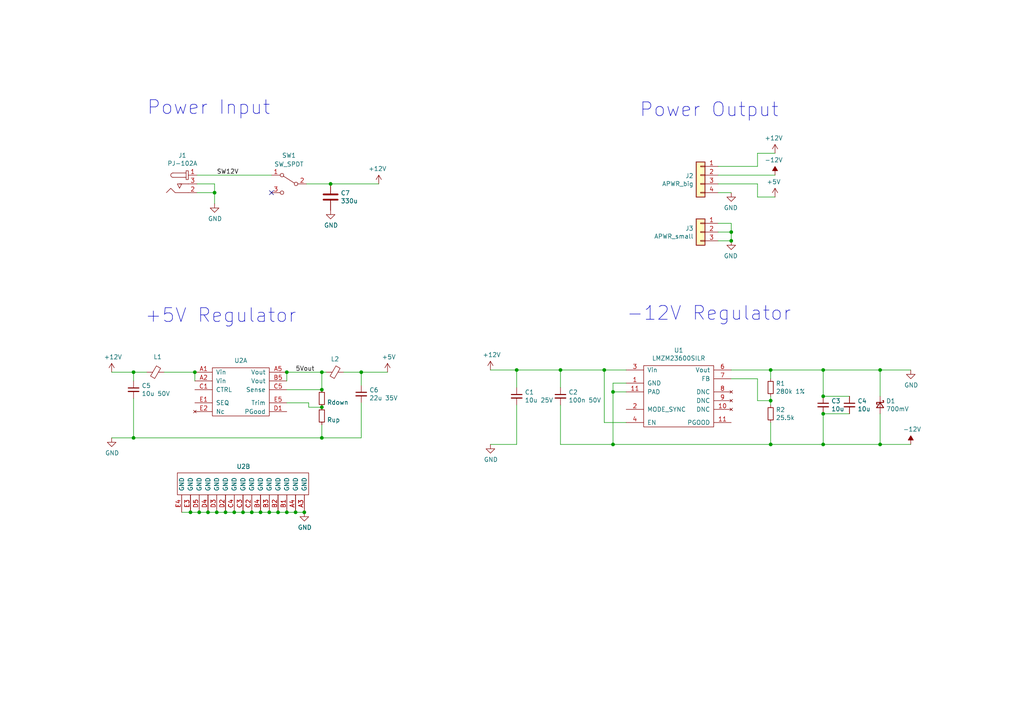
<source format=kicad_sch>
(kicad_sch (version 20211123) (generator eeschema)
  (paper "A4")
  (title_block (title "A1200 single 12V power supply") (date "2022-08-26") (rev "2") (company "MastaTabs @ a1k"))
  (lib_symbols
    (symbol "Device:C" (pin_numbers hide) (pin_names (offset 0.254))
      (property "Reference" "C" (at 0.635 2.54 0))
      (property "Value" "C" (at 0.635 -2.54 0))
      (symbol "C_0_1"
        (polyline (pts (xy -2.032 -0.762) (xy 2.032 -0.762)) (stroke (width 0.508)))
        (polyline (pts (xy -2.032 0.762) (xy 2.032 0.762)) (stroke (width 0.508)))
      )
      (symbol "C_1_1"
        (pin passive line (at 0 3.81 270) (length 2.794) (name "~") (number "1"))
        (pin passive line (at 0 -3.81 90) (length 2.794) (name "~") (number "2"))
      )
    )
    (symbol "Device:C_Small" (pin_numbers hide) (pin_names (offset 0.254) hide)
      (property "Reference" "C" (at 0.254 1.778 0))
      (property "Value" "C_Small" (at 0.254 -2.032 0))
      (symbol "C_Small_0_1"
        (polyline (pts (xy -1.524 -0.508) (xy 1.524 -0.508)) (stroke (width 0.3302)))
        (polyline (pts (xy -1.524 0.508) (xy 1.524 0.508)) (stroke (width 0.3048)))
      )
      (symbol "C_Small_1_1"
        (pin passive line (at 0 2.54 270) (length 2.032) (name "~") (number "1"))
        (pin passive line (at 0 -2.54 90) (length 2.032) (name "~") (number "2"))
      )
    )
    (symbol "Device:D_Schottky_Small" (pin_numbers hide) (pin_names (offset 0.254) hide)
      (property "Reference" "D" (at -1.27 2.032 0))
      (property "Value" "D_Schottky_Small" (at -7.112 -2.032 0))
      (symbol "D_Schottky_Small_0_1"
        (polyline (pts (xy -0.762 0) (xy 0.762 0)))
        (polyline (pts (xy 0.762 -1.016) (xy -0.762 0) (xy 0.762 1.016) (xy 0.762 -1.016)) (stroke (width 0.254)))
        (polyline (pts (xy -1.27 0.762) (xy -1.27 1.016) (xy -0.762 1.016) (xy -0.762 -1.016) (xy -0.254 -1.016) (xy -0.254 -0.762)) (stroke (width 0.254)))
      )
      (symbol "D_Schottky_Small_1_1"
        (pin passive line (at -2.54 0 0) (length 1.778) (name "K") (number "1"))
        (pin passive line (at 2.54 0 180) (length 1.778) (name "A") (number "2"))
      )
    )
    (symbol "Device:R_Small" (pin_numbers hide) (pin_names (offset 0.254) hide)
      (property "Reference" "R" (at 0.762 0.508 0))
      (property "Value" "R_Small" (at 0.762 -1.016 0))
      (symbol "R_Small_0_1"
        (rectangle (start -0.762 1.778) (end 0.762 -1.778) (stroke (width 0.2032)))
      )
      (symbol "R_Small_1_1"
        (pin passive line (at 0 2.54 270) (length 0.762) (name "~") (number "1"))
        (pin passive line (at 0 -2.54 90) (length 0.762) (name "~") (number "2"))
      )
    )
    (symbol "Switch:SW_SPDT" (pin_names (offset 0) hide)
      (property "Reference" "SW" (at 0 4.318 0))
      (property "Value" "SW_SPDT" (at 0 -5.08 0))
      (symbol "SW_SPDT_0_0"
        (circle (center -2.032 0) (radius 0.508))
        (circle (center 2.032 -2.54) (radius 0.508))
      )
      (symbol "SW_SPDT_0_1"
        (polyline (pts (xy -1.524 0.254) (xy 1.651 2.286)))
        (circle (center 2.032 2.54) (radius 0.508))
      )
      (symbol "SW_SPDT_1_1"
        (pin passive line (at 5.08 2.54 180) (length 2.54) (name "A") (number "1"))
        (pin passive line (at -5.08 0 0) (length 2.54) (name "B") (number "2"))
        (pin passive line (at 5.08 -2.54 180) (length 2.54) (name "C") (number "3"))
      )
    )
    (symbol "a1200_pwr-rescue:Conn_01x03-connect" (pin_names (offset 1.016) hide)
      (property "Reference" "J" (at 0 5.08 0))
      (property "Value" "Conn_01x03-connect" (at 0 -5.08 0))
      (symbol "Conn_01x03-connect_1_1"
        (rectangle (start -1.27 -2.413) (end 0 -2.667) (stroke (width 0.1524)))
        (rectangle (start -1.27 0.127) (end 0 -0.127) (stroke (width 0.1524)))
        (rectangle (start -1.27 2.667) (end 0 2.413) (stroke (width 0.1524)))
        (rectangle (start -1.27 3.81) (end 1.27 -3.81) (stroke (width 0.254)) (fill (type background)))
        (pin passive line (at -5.08 2.54 0) (length 3.81) (name "Pin_1") (number "1"))
        (pin passive line (at -5.08 0 0) (length 3.81) (name "Pin_2") (number "2"))
        (pin passive line (at -5.08 -2.54 0) (length 3.81) (name "Pin_3") (number "3"))
      )
    )
    (symbol "a1200_pwr-rescue:Conn_01x04-connect" (pin_names (offset 1.016) hide)
      (property "Reference" "J" (at 0 5.08 0))
      (property "Value" "Conn_01x04-connect" (at 0 -7.62 0))
      (symbol "Conn_01x04-connect_1_1"
        (rectangle (start -1.27 -4.953) (end 0 -5.207) (stroke (width 0.1524)))
        (rectangle (start -1.27 -2.413) (end 0 -2.667) (stroke (width 0.1524)))
        (rectangle (start -1.27 0.127) (end 0 -0.127) (stroke (width 0.1524)))
        (rectangle (start -1.27 2.667) (end 0 2.413) (stroke (width 0.1524)))
        (rectangle (start -1.27 3.81) (end 1.27 -6.35) (stroke (width 0.254)) (fill (type background)))
        (pin passive line (at -5.08 2.54 0) (length 3.81) (name "Pin_1") (number "1"))
        (pin passive line (at -5.08 0 0) (length 3.81) (name "Pin_2") (number "2"))
        (pin passive line (at -5.08 -2.54 0) (length 3.81) (name "Pin_3") (number "3"))
        (pin passive line (at -5.08 -5.08 0) (length 3.81) (name "Pin_4") (number "4"))
      )
    )
    (symbol "a1200_pwr-rescue:Ferrite_Bead_Small-Device" (pin_numbers hide) (pin_names (offset 0))
      (property "Reference" "L" (at 1.905 1.27 0))
      (property "Value" "Ferrite_Bead_Small-Device" (at 1.905 -1.27 0))
      (symbol "Ferrite_Bead_Small-Device_0_1"
        (polyline (pts (xy 0 -1.27) (xy 0 -0.7874)))
        (polyline (pts (xy 0 0.889) (xy 0 1.2954)))
        (polyline (pts (xy -1.8288 0.2794) (xy -1.1176 1.4986) (xy 1.8288 -0.2032) (xy 1.1176 -1.4224) (xy -1.8288 0.2794)))
      )
      (symbol "Ferrite_Bead_Small-Device_1_1"
        (pin passive line (at 0 2.54 270) (length 1.27) (name "~") (number "1"))
        (pin passive line (at 0 -2.54 90) (length 1.27) (name "~") (number "2"))
      )
    )
    (symbol "a1200_pwr-rescue:LMZM23601SILR-a1200_pwr" (pin_names (offset 1.016))
      (property "Reference" "U" (at -7.62 11.43 0))
      (property "Value" "LMZM23601SILR-a1200_pwr" (at 0 -10.16 0))
      (symbol "LMZM23601SILR-a1200_pwr_0_1"
        (rectangle (start -10.16 8.89) (end 10.16 -8.89))
      )
      (symbol "LMZM23601SILR-a1200_pwr_1_1"
        (pin power_in line (at -15.24 3.81 0) (length 5.08) (name "GND") (number "1"))
        (pin no_connect line (at 15.24 -3.81 180) (length 5.08) (name "DNC") (number "10"))
        (pin power_in line (at -15.24 1.27 0) (length 5.08) (name "PAD") (number "11"))
        (pin output line (at 15.24 -7.62 180) (length 5.08) (name "PGOOD") (number "11"))
        (pin input line (at -15.24 -3.81 0) (length 5.08) (name "MODE_SYNC") (number "2"))
        (pin power_in line (at -15.24 7.62 0) (length 5.08) (name "Vin") (number "3"))
        (pin input line (at -15.24 -7.62 0) (length 5.08) (name "EN") (number "4"))
        (pin power_out line (at 15.24 7.62 180) (length 5.08) (name "Vout") (number "6"))
        (pin input line (at 15.24 5.08 180) (length 5.08) (name "FB") (number "7"))
        (pin no_connect line (at 15.24 1.27 180) (length 5.08) (name "DNC") (number "8"))
        (pin no_connect line (at 15.24 -1.27 180) (length 5.08) (name "DNC") (number "9"))
      )
    )
    (symbol "a1200_pwr:RPM5.0-6.0" (pin_names (offset 1.016))
      (property "Reference" "U" (at -20.32 6.35 0))
      (symbol "RPM5.0-6.0_1_1"
        (rectangle (start -11.43 13.97) (end 5.08 0))
        (pin power_in line (at -16.51 12.7 0) (length 5.08) (name "Vin") (number "A1"))
        (pin power_in line (at -16.51 10.16 0) (length 5.08) (name "Vin") (number "A2"))
        (pin power_out line (at 10.16 12.7 180) (length 5.08) (name "Vout") (number "A5"))
        (pin power_out line (at 10.16 10.16 180) (length 5.08) (name "Vout") (number "B5"))
        (pin input line (at -16.51 7.62 0) (length 5.08) (name "CTRL") (number "C1"))
        (pin power_in line (at 10.16 7.62 180) (length 5.08) (name "Sense") (number "C5"))
        (pin output line (at 10.16 1.27 180) (length 5.08) (name "PGood") (number "D1"))
        (pin input line (at -16.51 3.81 0) (length 5.08) (name "SEQ") (number "E1"))
        (pin no_connect line (at -16.51 1.27 0) (length 5.08) (name "Nc") (number "E2"))
        (pin input line (at 10.16 3.81 180) (length 5.08) (name "Trim") (number "E5"))
      )
      (symbol "RPM5.0-6.0_2_1"
        (rectangle (start -22.86 -10.16) (end 15.24 -16.51))
        (pin power_in line (at -21.59 -5.08 270) (length 5.08) (name "GND") (number "A3"))
        (pin power_in line (at -19.05 -5.08 270) (length 5.08) (name "GND") (number "A4"))
        (pin power_in line (at -16.51 -5.08 270) (length 5.08) (name "GND") (number "B1"))
        (pin power_in line (at -13.97 -5.08 270) (length 5.08) (name "GND") (number "B2"))
        (pin power_in line (at -11.43 -5.08 270) (length 5.08) (name "GND") (number "B3"))
        (pin power_in line (at -8.89 -5.08 270) (length 5.08) (name "GND") (number "B4"))
        (pin power_in line (at -6.35 -5.08 270) (length 5.08) (name "GND") (number "C2"))
        (pin power_in line (at -3.81 -5.08 270) (length 5.08) (name "GND") (number "C3"))
        (pin power_in line (at -1.27 -5.08 270) (length 5.08) (name "GND") (number "C4"))
        (pin power_in line (at 1.27 -5.08 270) (length 5.08) (name "GND") (number "D2"))
        (pin power_in line (at 3.81 -5.08 270) (length 5.08) (name "GND") (number "D3"))
        (pin power_in line (at 6.35 -5.08 270) (length 5.08) (name "GND") (number "D4"))
        (pin power_in line (at 8.89 -5.08 270) (length 5.08) (name "GND") (number "D5"))
        (pin power_in line (at 11.43 -5.08 270) (length 5.08) (name "GND") (number "E3"))
        (pin power_in line (at 13.97 -5.08 270) (length 5.08) (name "GND") (number "E4"))
      )
    )
    (symbol "barreljack:PJ-102A" (pin_names (offset 1.016))
      (property "Reference" "J" (at 0 2.54 0))
      (property "Value" "PJ-102A" (at 0 -6.35 0))
      (symbol "PJ-102A_0_1"
        (arc (start -4.445 0.635) (mid -5.08 0) (end -4.445 -0.635))
        (rectangle (start -0.635 1.27) (end 0 -1.27))
        (polyline (pts (xy -0.635 -0.635) (xy -4.445 -0.635)))
        (polyline (pts (xy -0.635 0.635) (xy -4.445 0.635)))
        (polyline (pts (xy 0 -2.54) (xy -1.27 -2.54) (xy -2.54 -2.54)))
        (polyline (pts (xy 0 -5.08) (xy -3.81 -5.08) (xy -5.08 -3.81) (xy -6.35 -5.08)))
        (polyline (pts (xy -2.54 -2.54) (xy -3.175 -2.54) (xy -2.54 -3.81) (xy -1.905 -2.54) (xy -2.54 -2.54)))
      )
      (symbol "PJ-102A_1_1"
        (pin passive line (at 2.54 0 180) (length 2.54) (name "~") (number "1"))
        (pin passive line (at 2.54 -5.08 180) (length 2.54) (name "~") (number "2"))
        (pin passive line (at 2.54 -2.54 180) (length 2.54) (name "~") (number "3"))
      )
    )
    (symbol "power:+12V" (power) (pin_names (offset 0))
      (property "Value" "+12V" (at 0 3.556 0))
      (symbol "+12V_0_1"
        (polyline (pts (xy -0.762 1.27) (xy 0 2.54)))
        (polyline (pts (xy 0 0) (xy 0 2.54)))
        (polyline (pts (xy 0 2.54) (xy 0.762 1.27)))
      )
      (symbol "+12V_1_1"
        (pin power_in line (at 0 0 90) (length 0) hide (name "+12V") (number "1"))
      )
    )
    (symbol "power:+5V" (power) (pin_names (offset 0))
      (property "Value" "+5V" (at 0 3.556 0))
      (symbol "+5V_0_1"
        (polyline (pts (xy -0.762 1.27) (xy 0 2.54)))
        (polyline (pts (xy 0 0) (xy 0 2.54)))
        (polyline (pts (xy 0 2.54) (xy 0.762 1.27)))
      )
      (symbol "+5V_1_1"
        (pin power_in line (at 0 0 90) (length 0) hide (name "+5V") (number "1"))
      )
    )
    (symbol "power:-12V" (power) (pin_names (offset 0))
      (property "Value" "-12V" (at 0 3.81 0))
      (symbol "-12V_0_0"
        (pin power_in line (at 0 0 90) (length 0) hide (name "-12V") (number "1"))
      )
      (symbol "-12V_0_1"
        (polyline (pts (xy 0 0) (xy 0 1.27) (xy 0.762 1.27) (xy 0 2.54) (xy -0.762 1.27) (xy 0 1.27)) (fill (type outline)))
      )
    )
    (symbol "power:GND" (power) (pin_names (offset 0))
      (property "Value" "GND" (at 0 -3.81 0))
      (symbol "GND_0_1"
        (polyline (pts (xy 0 0) (xy 0 -1.27) (xy 1.27 -1.27) (xy 0 -2.54) (xy -1.27 -1.27) (xy 0 -1.27)))
      )
      (symbol "GND_1_1"
        (pin power_in line (at 0 0 270) (length 0) hide (name "GND") (number "1"))
      )
    )
  )
  (junction (at 56.515 107.95))
  (junction (at 73.025 148.59))
  (junction (at 238.76 114.935))
  (junction (at 104.775 107.95))
  (junction (at 67.945 148.59))
  (junction (at 238.76 128.905))
  (junction (at 57.785 148.59))
  (junction (at 177.8 128.905))
  (junction (at 62.865 148.59))
  (junction (at 175.26 107.315))
  (junction (at 223.52 107.315))
  (junction (at 75.565 148.59))
  (junction (at 223.52 116.205))
  (junction (at 162.56 107.315))
  (junction (at 55.245 148.59))
  (junction (at 95.885 53.34))
  (junction (at 93.345 127))
  (junction (at 93.345 107.95))
  (junction (at 93.345 118.11))
  (junction (at 38.735 107.95))
  (junction (at 70.485 148.59))
  (junction (at 212.09 67.31))
  (junction (at 255.27 128.905))
  (junction (at 65.405 148.59))
  (junction (at 88.265 148.59))
  (junction (at 93.345 113.03))
  (junction (at 238.76 107.315))
  (junction (at 177.8 113.665))
  (junction (at 38.735 127))
  (junction (at 223.52 128.905))
  (junction (at 62.23 55.88))
  (junction (at 85.725 148.59))
  (junction (at 60.325 148.59))
  (junction (at 80.645 148.59))
  (junction (at 212.09 69.85))
  (junction (at 83.185 107.95))
  (junction (at 238.76 120.015))
  (junction (at 149.86 107.315))
  (junction (at 78.105 148.59))
  (junction (at 83.185 148.59))
  (junction (at 255.27 107.315))
  (no_connect (at 78.74 55.88))
  (wire (pts (xy 57.15 55.88) (xy 62.23 55.88)))
  (wire (pts (xy 57.15 50.8) (xy 78.74 50.8)))
  (wire (pts (xy 219.71 44.45) (xy 224.79 44.45)))
  (wire (pts (xy 38.735 115.57) (xy 38.735 127)))
  (wire (pts (xy 219.71 116.205) (xy 223.52 116.205)))
  (wire (pts (xy 104.775 107.95) (xy 104.775 111.76)))
  (wire (pts (xy 149.86 107.315) (xy 142.24 107.315)))
  (wire (pts (xy 75.565 148.59) (xy 78.105 148.59)))
  (wire (pts (xy 238.76 120.015) (xy 238.76 128.905)))
  (wire (pts (xy 73.025 148.59) (xy 75.565 148.59)))
  (wire (pts (xy 93.345 113.03) (xy 93.345 107.95)))
  (wire (pts (xy 223.52 116.205) (xy 223.52 117.475)))
  (wire (pts (xy 219.71 53.34) (xy 219.71 57.15)))
  (wire (pts (xy 223.52 128.905) (xy 177.8 128.905)))
  (wire (pts (xy 57.785 148.59) (xy 60.325 148.59)))
  (wire (pts (xy 99.695 107.95) (xy 104.775 107.95)))
  (wire (pts (xy 212.09 64.77) (xy 208.28 64.77)))
  (wire (pts (xy 181.61 113.665) (xy 177.8 113.665)))
  (wire (pts (xy 208.28 53.34) (xy 219.71 53.34)))
  (wire (pts (xy 52.705 148.59) (xy 55.245 148.59)))
  (wire (pts (xy 162.56 128.905) (xy 177.8 128.905)))
  (wire (pts (xy 162.56 107.315) (xy 162.56 112.395)))
  (wire (pts (xy 208.28 55.88) (xy 212.09 55.88)))
  (wire (pts (xy 223.52 122.555) (xy 223.52 128.905)))
  (wire (pts (xy 83.185 116.84) (xy 89.535 116.84)))
  (wire (pts (xy 62.23 55.88) (xy 62.23 59.055)))
  (wire (pts (xy 85.725 148.59) (xy 88.265 148.59)))
  (wire (pts (xy 62.865 148.59) (xy 65.405 148.59)))
  (wire (pts (xy 162.56 117.475) (xy 162.56 128.905)))
  (wire (pts (xy 181.61 111.125) (xy 177.8 111.125)))
  (wire (pts (xy 56.515 110.49) (xy 56.515 107.95)))
  (wire (pts (xy 212.09 109.855) (xy 219.71 109.855)))
  (wire (pts (xy 175.26 122.555) (xy 175.26 107.315)))
  (wire (pts (xy 208.28 69.85) (xy 212.09 69.85)))
  (wire (pts (xy 208.28 50.8) (xy 224.79 50.8)))
  (wire (pts (xy 255.27 107.315) (xy 255.27 114.935)))
  (wire (pts (xy 255.27 107.315) (xy 264.16 107.315)))
  (wire (pts (xy 65.405 148.59) (xy 67.945 148.59)))
  (wire (pts (xy 238.76 114.935) (xy 246.38 114.935)))
  (wire (pts (xy 149.86 128.905) (xy 142.24 128.905)))
  (wire (pts (xy 149.86 107.315) (xy 149.86 112.395)))
  (wire (pts (xy 208.28 67.31) (xy 212.09 67.31)))
  (wire (pts (xy 212.09 107.315) (xy 223.52 107.315)))
  (wire (pts (xy 83.185 107.95) (xy 93.345 107.95)))
  (wire (pts (xy 83.185 148.59) (xy 85.725 148.59)))
  (wire (pts (xy 149.86 117.475) (xy 149.86 128.905)))
  (wire (pts (xy 47.625 107.95) (xy 56.515 107.95)))
  (wire (pts (xy 93.345 107.95) (xy 94.615 107.95)))
  (wire (pts (xy 93.345 127) (xy 38.735 127)))
  (wire (pts (xy 38.735 127) (xy 32.385 127)))
  (wire (pts (xy 60.325 148.59) (xy 62.865 148.59)))
  (wire (pts (xy 38.735 107.95) (xy 32.385 107.95)))
  (wire (pts (xy 104.775 127) (xy 104.775 116.84)))
  (wire (pts (xy 255.27 120.015) (xy 255.27 128.905)))
  (wire (pts (xy 67.945 148.59) (xy 70.485 148.59)))
  (wire (pts (xy 238.76 128.905) (xy 223.52 128.905)))
  (wire (pts (xy 57.15 53.34) (xy 62.23 53.34)))
  (wire (pts (xy 219.71 57.15) (xy 224.79 57.15)))
  (wire (pts (xy 175.26 107.315) (xy 162.56 107.315)))
  (wire (pts (xy 93.345 123.19) (xy 93.345 127)))
  (wire (pts (xy 55.245 148.59) (xy 57.785 148.59)))
  (wire (pts (xy 208.28 48.26) (xy 219.71 48.26)))
  (wire (pts (xy 38.735 107.95) (xy 38.735 110.49)))
  (wire (pts (xy 78.105 148.59) (xy 80.645 148.59)))
  (wire (pts (xy 80.645 148.59) (xy 83.185 148.59)))
  (wire (pts (xy 223.52 114.935) (xy 223.52 116.205)))
  (wire (pts (xy 177.8 111.125) (xy 177.8 113.665)))
  (wire (pts (xy 88.9 53.34) (xy 95.885 53.34)))
  (wire (pts (xy 255.27 128.905) (xy 238.76 128.905)))
  (wire (pts (xy 255.27 128.905) (xy 264.16 128.905)))
  (wire (pts (xy 238.76 107.315) (xy 255.27 107.315)))
  (wire (pts (xy 70.485 148.59) (xy 73.025 148.59)))
  (wire (pts (xy 104.775 107.95) (xy 112.395 107.95)))
  (wire (pts (xy 62.23 53.34) (xy 62.23 55.88)))
  (wire (pts (xy 83.185 110.49) (xy 83.185 107.95)))
  (wire (pts (xy 238.76 107.315) (xy 238.76 114.935)))
  (wire (pts (xy 246.38 120.015) (xy 238.76 120.015)))
  (wire (pts (xy 219.71 48.26) (xy 219.71 44.45)))
  (wire (pts (xy 223.52 107.315) (xy 223.52 109.855)))
  (wire (pts (xy 219.71 109.855) (xy 219.71 116.205)))
  (wire (pts (xy 177.8 113.665) (xy 177.8 128.905)))
  (wire (pts (xy 93.345 127) (xy 104.775 127)))
  (wire (pts (xy 162.56 107.315) (xy 149.86 107.315)))
  (wire (pts (xy 181.61 122.555) (xy 175.26 122.555)))
  (wire (pts (xy 181.61 107.315) (xy 175.26 107.315)))
  (wire (pts (xy 83.185 113.03) (xy 93.345 113.03)))
  (wire (pts (xy 212.09 67.31) (xy 212.09 64.77)))
  (wire (pts (xy 89.535 118.11) (xy 93.345 118.11)))
  (wire (pts (xy 212.09 69.85) (xy 212.09 67.31)))
  (wire (pts (xy 42.545 107.95) (xy 38.735 107.95)))
  (wire (pts (xy 95.885 53.34) (xy 109.855 53.34)))
  (wire (pts (xy 223.52 107.315) (xy 238.76 107.315)))
  (wire (pts (xy 89.535 116.84) (xy 89.535 118.11)))
  (text "-12V Regulator" (at 181.61 93.345 0) (effects (font (size 4 4)) (justify left bottom)))
  (text "Power Input" (at 42.545 33.655 0) (effects (font (size 4 4)) (justify left bottom)))
  (text "+5V Regulator" (at 41.91 93.98 0) (effects (font (size 4 4)) (justify left bottom)))
  (text "Power Output" (at 185.42 34.29 0) (effects (font (size 4 4)) (justify left bottom)))
  (label "SW12V" (at 62.865 50.8 0))
  (label "5Vout" (at 85.725 107.95 0))
  (symbol (lib_id "a1200_pwr-rescue:LMZM23601SILR-a1200_pwr") (at 196.85 114.935 0) (unit 1)
    (property "Reference" "U1" (at 196.85 101.6 0))
    (property "Value" "LMZM23600SILR" (at 196.85 103.9114 0))
    (property "Datasheet" "http://www.ti.com/general/docs/suppproductinfo.tsp?distId=26&gotoUrl=http%3A%2F%2Fwww.ti.com%2Flit%2Fds%2Fsymlink%2Flmzm23600.pdf" (effects hide))
    (property "Datasheet" "http://www.ti.com/general/docs/suppproductinfo.tsp?distId=26&gotoUrl=http%3A%2F%2Fwww.ti.com%2Flit%2Fds%2Fsymlink%2Flmzm23600.pdf" (effects hide))
    (property "MPN" "lmzm23600" (effects hide))
    (property "Manufacturer" "Texas Instruments" (effects hide))
    (property "Reference" "U1" (effects hide))
  )
  (symbol (lib_id "Device:C_Small") (at 162.56 114.935 0) (unit 1)
    (property "Reference" "C2" (at 164.8968 113.7666 0) (effects (justify left)))
    (property "Value" "100n 50V" (at 164.8968 116.078 0) (effects (justify left)))
    (property "Datasheet" "C2012X7R2A104K125AA" (effects hide))
    (property "MPN" "C2012X7R2A104K125AA" (effects hide))
    (property "Reference" "C2" (effects hide))
  )
  (symbol (lib_id "Device:C_Small") (at 149.86 114.935 0) (unit 1)
    (property "Reference" "C1" (at 152.1968 113.7666 0) (effects (justify left)))
    (property "Value" "10u 25V" (at 152.1968 116.078 0) (effects (justify left)))
    (property "Datasheet" "https://www.mouser.de/datasheet/2/400/lcc_commercial_general_en-837201.pdf" (effects hide))
    (property "Datasheet" "https://www.mouser.de/datasheet/2/400/lcc_commercial_general_en-837201.pdf" (effects hide))
    (property "MPN" "C3216X5R1H106K160AB" (effects hide))
    (property "Reference" "C1" (effects hide))
  )
  (symbol (lib_id "Device:C_Small") (at 238.76 117.475 0) (unit 1)
    (property "Reference" "C3" (at 241.0968 116.3066 0) (effects (justify left)))
    (property "Value" "10u" (at 241.0968 118.618 0) (effects (justify left)))
    (property "Datasheet" "CGA5L1X7R1V106K160AC" (effects hide))
    (property "MPN" "CGA5L1X7R1V106K160AC" (effects hide))
    (property "Reference" "C3" (effects hide))
  )
  (symbol (lib_id "Device:C_Small") (at 246.38 117.475 0) (unit 1)
    (property "Reference" "C4" (at 248.7168 116.3066 0) (effects (justify left)))
    (property "Value" "10u" (at 248.7168 118.618 0) (effects (justify left)))
    (property "Datasheet" "CGA5L1X7R1V106K160AC" (effects hide))
    (property "MPN" "CGA5L1X7R1V106K160AC" (effects hide))
    (property "Reference" "C4" (effects hide))
  )
  (symbol (lib_id "Device:R_Small") (at 223.52 112.395 0) (unit 1)
    (property "Reference" "R1" (at 225.0186 111.2266 0) (effects (justify left)))
    (property "Value" "280k 1%" (at 225.0186 113.538 0) (effects (justify left)))
    (property "Datasheet" "https://www.mouser.de/datasheet/2/427/dcrcwe3-45987.pdf" (effects hide))
    (property "Datasheet" "https://www.mouser.de/datasheet/2/427/dcrcwe3-45987.pdf" (effects hide))
    (property "MPN" "CRCW0603280KFKEA" (effects hide))
    (property "Reference" "R1" (effects hide))
  )
  (symbol (lib_id "Device:R_Small") (at 223.52 120.015 0) (unit 1)
    (property "Reference" "R2" (at 225.0186 118.8466 0) (effects (justify left)))
    (property "Value" "25.5k" (at 225.0186 121.158 0) (effects (justify left)))
    (property "Datasheet" "https://www.mouser.de/datasheet/2/427/dcrcwe3-45987.pdf" (effects hide))
    (property "Datasheet" "https://www.mouser.de/datasheet/2/427/dcrcwe3-45987.pdf" (effects hide))
    (property "MPN" "CRCW060325K5FKEA" (effects hide))
    (property "Reference" "R2" (effects hide))
  )
  (symbol (lib_id "power:+12V") (at 142.24 107.315 0) (unit 1)
    (property "Reference" "#PWR0101" (effects hide))
    (property "Value" "+12V" (at 142.621 102.9208 0))
  )
  (symbol (lib_id "power:GND") (at 142.24 128.905 0) (unit 1)
    (property "Reference" "#PWR0102" (effects hide))
    (property "Value" "GND" (at 142.367 133.2992 0))
  )
  (symbol (lib_id "power:GND") (at 264.16 107.315 0) (unit 1)
    (property "Reference" "#PWR0103" (effects hide))
    (property "Value" "GND" (at 264.287 111.7092 0))
  )
  (symbol (lib_id "power:-12V") (at 264.16 128.905 0) (unit 1)
    (property "Reference" "#PWR0104" (effects hide))
    (property "Value" "-12V" (at 264.541 124.5108 0))
  )
  (symbol (lib_id "Device:D_Schottky_Small") (at 255.27 117.475 270) (unit 1)
    (property "Reference" "D1" (at 256.9972 116.3066 90) (effects (justify left)))
    (property "Value" "700mV" (at 256.9972 118.618 90) (effects (justify left)))
    (property "Datasheet" "B360A-13-F" (effects hide))
    (property "MPN" "B360A-13-F" (effects hide))
    (property "Manufacturer" "Diodes Incorporated" (effects hide))
    (property "Reference" "D1" (effects hide))
  )
  (symbol (lib_id "barreljack:PJ-102A") (at 54.61 50.8 0) (unit 1)
    (property "Reference" "J1" (at 52.9082 45.085 0))
    (property "Value" "PJ-102A" (at 52.9082 47.3964 0))
    (property "Datasheet" "https://www.cui.com/product/resource/digikeypdf/pj-102a.pdf" (effects hide))
    (property "Digi-Key_PN" "CP-102A-ND" (effects hide))
    (property "MPN" "PJ-102A" (effects hide))
    (property "Category" "Connectors, Interconnects" (effects hide))
    (property "Family" "Barrel - Power Connectors" (effects hide))
    (property "DK_Datasheet_Link" "https://www.cui.com/product/resource/digikeypdf/pj-102a.pdf" (effects hide))
    (property "DK_Detail_Page" "/product-detail/en/cui-inc/PJ-102A/CP-102A-ND/275425" (effects hide))
    (property "Description" "CONN PWR JACK 2X5.5MM SOLDER" (effects hide))
    (property "Manufacturer" "CUI Inc." (effects hide))
    (property "Status" "Active" (effects hide))
    (property "Datasheet" "https://www.cui.com/product/resource/digikeypdf/pj-102a.pdf" (effects hide))
    (property "Reference" "J1" (effects hide))
  )
  (symbol (lib_id "power:+12V") (at 109.855 53.34 0) (mirror y) (unit 1)
    (property "Reference" "#PWR0105" (effects hide))
    (property "Value" "+12V" (at 109.474 48.9458 0))
  )
  (symbol (lib_id "power:GND") (at 62.23 59.055 0) (unit 1)
    (property "Reference" "#PWR0106" (effects hide))
    (property "Value" "GND" (at 62.357 63.4492 0))
  )
  (symbol (lib_id "a1200_pwr-rescue:Conn_01x04-connect") (at 203.2 50.8 0) (mirror y) (unit 1)
    (property "Reference" "J2" (at 201.168 51.0032 0) (effects (justify left)))
    (property "Value" "APWR_big" (at 201.168 53.3146 0) (effects (justify left)))
    (property "Reference" "J2" (effects hide))
  )
  (symbol (lib_id "power:-12V") (at 224.79 50.8 0) (mirror y) (unit 1)
    (property "Reference" "#PWR02" (effects hide))
    (property "Value" "-12V" (at 224.409 46.4058 0))
  )
  (symbol (lib_id "power:+5V") (at 224.79 57.15 0) (mirror y) (unit 1)
    (property "Reference" "#PWR03" (effects hide))
    (property "Value" "+5V" (at 224.409 52.7558 0))
  )
  (symbol (lib_id "power:GND") (at 212.09 55.88 0) (mirror y) (unit 1)
    (property "Reference" "#PWR04" (effects hide))
    (property "Value" "GND" (at 211.963 60.2742 0))
  )
  (symbol (lib_id "a1200_pwr-rescue:Conn_01x03-connect") (at 203.2 67.31 0) (mirror y) (unit 1)
    (property "Reference" "J3" (at 201.168 66.2432 0) (effects (justify left)))
    (property "Value" "APWR_small" (at 201.168 68.5546 0) (effects (justify left)))
    (property "Category" "Connectors, Headers" (effects hide))
    (property "Reference" "J3" (effects hide))
  )
  (symbol (lib_id "power:GND") (at 212.09 69.85 0) (mirror y) (unit 1)
    (property "Reference" "#PWR05" (effects hide))
    (property "Value" "GND" (at 211.963 74.2442 0))
  )
  (symbol (lib_id "a1200_pwr:RPM5.0-6.0") (at 73.025 120.65 0) (unit 1)
    (property "Reference" "U2" (at 69.85 104.5718 0))
    (property "Value" "RPM5.0-6.0" (effects hide))
    (property "Datasheet" "https://www.mouser.de/datasheet/2/468/RPM-6.0-1398219.pdf" (effects hide))
    (property "Datasheet" "https://www.mouser.de/datasheet/2/468/RPM-6.0-1398219.pdf" (effects hide))
    (property "MPN" "RPM5.0-6.0" (effects hide))
    (property "Manufacturer" "RECOM Power" (effects hide))
    (property "Reference" "U2" (effects hide))
  )
  (symbol (lib_id "a1200_pwr:RPM5.0-6.0") (at 66.675 153.67 180) (unit 2)
    (property "Reference" "U2" (at 70.612 135.3058 0))
    (property "Value" "RPM5.0-6.0" (effects hide))
    (property "Datasheet" "https://www.mouser.de/datasheet/2/468/RPM-6.0-1398219.pdf" (effects hide))
    (property "Datasheet" "https://www.mouser.de/datasheet/2/468/RPM-6.0-1398219.pdf" (effects hide))
    (property "MPN" "RPM5.0-6.0" (effects hide))
    (property "Manufacturer" "RECOM Power" (effects hide))
    (property "Reference" "U2" (effects hide))
  )
  (symbol (lib_id "power:GND") (at 88.265 148.59 0) (unit 1)
    (property "Reference" "#PWR06" (effects hide))
    (property "Value" "GND" (at 88.392 152.9842 0))
  )
  (symbol (lib_id "a1200_pwr-rescue:Ferrite_Bead_Small-Device") (at 45.085 107.95 270) (unit 1)
    (property "Reference" "L1" (at 45.72 103.505 90))
    (property "Value" "742792510" (effects hide))
    (property "Footprint" "Capacitors_SMD:C_1812_HandSoldering" (effects hide))
    (property "Datasheet" "https://www.mouser.de/datasheet/2/445/742792510-1720733.pdf" (effects hide))
    (property "Manufacturer" "Würth" (effects hide))
    (property "Datasheet" "https://www.mouser.de/datasheet/2/445/742792510-1720733.pdf" (effects hide))
    (property "MPN" "742792510" (effects hide))
    (property "Reference" "L1" (effects hide))
    (property "Value" "742792510" (effects hide))
  )
  (symbol (lib_id "a1200_pwr-rescue:Ferrite_Bead_Small-Device") (at 97.155 107.95 270) (unit 1)
    (property "Reference" "L2" (at 97.155 104.14 90))
    (property "Value" "7427932" (effects hide))
    (property "Footprint" "a500_pwr:fb_5v" (effects hide))
    (property "Datasheet" "https://www.mouser.de/datasheet/2/445/7427932-1720978.pdf" (effects hide))
    (property "Manufacturer" "Würth" (effects hide))
    (property "Datasheet" "https://www.mouser.de/datasheet/2/445/7427932-1720978.pdf" (effects hide))
    (property "MPN" "7427932" (effects hide))
    (property "Reference" "L2" (effects hide))
    (property "Value" "7427932" (effects hide))
  )
  (symbol (lib_id "Device:C_Small") (at 38.735 113.03 0) (unit 1)
    (property "Reference" "C5" (at 41.0718 111.8616 0) (effects (justify left)))
    (property "Value" "10u 50V" (at 41.0718 114.173 0) (effects (justify left)))
    (property "Footprint" "Capacitors_SMD:C_1206_HandSoldering" (effects hide))
    (property "Datasheet" "C3216X5R1H106K160AB" (effects hide))
    (property "MPN" "C3216X5R1H106K160AB" (effects hide))
    (property "Reference" "C5" (effects hide))
    (property "Value" "10u 50V" (effects hide))
  )
  (symbol (lib_id "Device:C_Small") (at 104.775 114.3 0) (unit 1)
    (property "Reference" "C6" (at 107.1118 113.1316 0) (effects (justify left)))
    (property "Value" "22u 35V" (at 107.1118 115.443 0) (effects (justify left)))
    (property "Footprint" "Capacitors_SMD:C_1206_HandSoldering" (effects hide))
    (property "Datasheet" "https://product.tdk.com/system/files/dam/doc/product/capacitor/ceramic/mlcc/catalog/mlcc_commercial_general_en.pdf?ref_disty=mouser" (effects hide))
    (property "Manufacturer" "TDK" (effects hide))
    (property "Datasheet" "https://product.tdk.com/system/files/dam/doc/product/capacitor/ceramic/mlcc/catalog/mlcc_commercial_general_en.pdf?ref_disty=mouser" (effects hide))
    (property "MPN" "C3216X5R1C226M160AB" (effects hide))
    (property "Reference" "C6" (effects hide))
    (property "Value" "22u 35V" (effects hide))
  )
  (symbol (lib_id "Device:R_Small") (at 93.345 115.57 180) (unit 1)
    (property "Reference" "R3" (at 94.8436 114.4016 0) (effects (justify right)))
    (property "Value" "Rdown" (at 94.8436 116.713 0) (effects (justify right)))
    (property "Reference" "R3" (effects hide))
  )
  (symbol (lib_id "Device:R_Small") (at 93.345 120.65 180) (unit 1)
    (property "Reference" "R4" (at 94.8436 119.4816 0) (effects (justify right)))
    (property "Value" "Rup" (at 94.8436 121.793 0) (effects (justify right)))
    (property "Reference" "R4" (effects hide))
  )
  (symbol (lib_id "power:+5V") (at 112.395 107.95 0) (unit 1)
    (property "Reference" "#PWR0107" (effects hide))
    (property "Value" "+5V" (at 112.776 103.5558 0))
  )
  (symbol (lib_id "power:+12V") (at 32.385 107.95 0) (unit 1)
    (property "Reference" "#PWR0108" (effects hide))
    (property "Value" "+12V" (at 32.766 103.5558 0))
  )
  (symbol (lib_id "power:GND") (at 32.385 127 0) (unit 1)
    (property "Reference" "#PWR0109" (effects hide))
    (property "Value" "GND" (at 32.512 131.3942 0))
  )
  (symbol (lib_id "Device:C") (at 95.885 57.15 0) (unit 1)
    (property "Reference" "C7" (at 98.806 55.9816 0) (effects (justify left)))
    (property "Value" "330u" (at 98.806 58.293 0) (effects (justify left)))
    (property "Footprint" "Capacitor_THT:CP_Radial_D6.3mm_P2.50mm" (effects hide))
    (property "Datasheet" "https://www.mouser.de/datasheet/2/445/860160373021-1725922.pdf" (effects hide))
    (property "Manufacturer" "Wuerth" (effects hide))
    (property "Datasheet" "https://www.mouser.de/datasheet/2/445/860160373021-1725922.pdf" (effects hide))
    (property "MPN" "860160373021" (effects hide))
    (property "Reference" "C7" (effects hide))
    (property "Value" "330u" (effects hide))
  )
  (symbol (lib_id "power:GND") (at 95.885 60.96 0) (unit 1)
    (property "Reference" "#PWR0111" (effects hide))
    (property "Value" "GND" (at 96.012 65.3542 0))
  )
  (symbol (lib_id "power:+12V") (at 224.79 44.45 0) (mirror y) (unit 1)
    (property "Reference" "#PWR0112" (effects hide))
    (property "Value" "+12V" (at 224.409 40.0558 0))
  )
  (symbol (lib_id "Switch:SW_SPDT") (at 83.82 53.34 0) (mirror y) (unit 1)
    (property "Reference" "SW1" (at 83.82 45.085 0))
    (property "Value" "SW_SPDT" (at 83.82 47.625 0))
    (property "Footprint" "a1200_pwr:rock_sw" (effects hide))
    (property "Datasheet" "https://www.mouser.de/datasheet/2/418/NG_CD_2267087_A_2267087_c.dwg-680380.pdf" (effects hide))
    (property "Datasheet" "https://www.mouser.de/datasheet/2/418/NG_CD_2267087_A_2267087_c.dwg-680380.pdf" (effects hide))
    (property "MPN" "RMS1R102M7QES" (effects hide))
    (property "Reference" "SW1" (effects hide))
    (property "Value" "SW_SPDT" (effects hide))
  )
)
</source>
